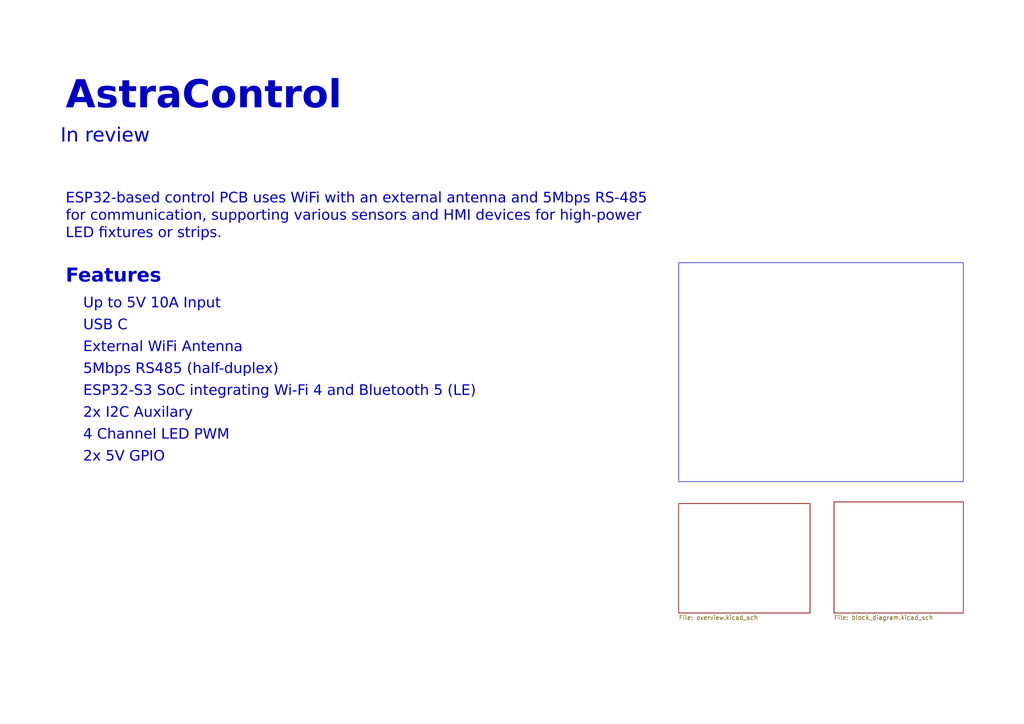
<source format=kicad_sch>
(kicad_sch
	(version 20231120)
	(generator "eeschema")
	(generator_version "8.0")
	(uuid "9a751838-dce8-4d69-8a02-736625ac74e7")
	(paper "A4")
	(title_block
		(title "AstraControl - Root")
		(date "2024-08-26")
		(rev "A")
		(company "LiveAstra Technologies")
	)
	(lib_symbols)
	(circle
		(center 21.59 87.63)
		(radius 0.6351)
		(stroke
			(width -0.0001)
			(type default)
		)
		(fill
			(type color)
			(color 255 255 255 1)
		)
		(uuid 044045f8-f9fa-418e-bd96-0e63087d2f6b)
	)
	(circle
		(center 21.59 93.98)
		(radius 0.6174)
		(stroke
			(width -0.0001)
			(type default)
		)
		(fill
			(type color)
			(color 255 255 255 1)
		)
		(uuid 3092cd6f-3ef3-42ec-a224-797b00d3f33b)
	)
	(rectangle
		(start 196.85 76.2)
		(end 279.4 139.7)
		(stroke
			(width 0)
			(type default)
		)
		(fill
			(type none)
		)
		(uuid 39023891-0190-4ec4-ad26-b20d4b548701)
	)
	(circle
		(center 21.59 144.78)
		(radius 0.7071)
		(stroke
			(width -0.0001)
			(type default)
		)
		(fill
			(type color)
			(color 255 255 255 1)
		)
		(uuid 4290b5f7-20da-4921-b360-f07704859418)
	)
	(circle
		(center 21.59 125.73)
		(radius 0.7354)
		(stroke
			(width -0.0001)
			(type default)
		)
		(fill
			(type color)
			(color 255 255 255 1)
		)
		(uuid 54bf0852-2e6d-44a5-82e2-e5e2ce9344d8)
	)
	(circle
		(center 21.59 106.68)
		(radius 0.6696)
		(stroke
			(width -0.0001)
			(type default)
		)
		(fill
			(type color)
			(color 255 255 255 1)
		)
		(uuid 68afb796-724a-4752-a936-2006160bc5d7)
	)
	(circle
		(center 21.59 113.03)
		(radius 0.73)
		(stroke
			(width -0.0001)
			(type default)
		)
		(fill
			(type color)
			(color 255 255 255 1)
		)
		(uuid 82b255d9-9c8f-4add-acea-c70e22c14f00)
	)
	(circle
		(center 21.59 100.33)
		(radius 0.6306)
		(stroke
			(width -0.0001)
			(type default)
		)
		(fill
			(type color)
			(color 255 255 255 1)
		)
		(uuid 84e6f551-fd2d-4e6b-a911-55fd4e705db0)
	)
	(circle
		(center 21.59 157.48)
		(radius 0.82)
		(stroke
			(width -0.0001)
			(type default)
		)
		(fill
			(type color)
			(color 255 255 255 1)
		)
		(uuid 89ab8882-f73b-442f-8c56-f920e80397ef)
	)
	(circle
		(center 21.59 132.08)
		(radius 0.8135)
		(stroke
			(width -0.0001)
			(type default)
		)
		(fill
			(type color)
			(color 255 255 255 1)
		)
		(uuid 91952df1-c7d0-4ce9-b699-e79ca04b22ba)
	)
	(circle
		(center 21.59 151.13)
		(radius 0.82)
		(stroke
			(width -0.0001)
			(type default)
		)
		(fill
			(type color)
			(color 255 255 255 1)
		)
		(uuid c40caf24-289d-4014-97e8-211ce195cd58)
	)
	(circle
		(center 21.59 119.38)
		(radius 0.807)
		(stroke
			(width -0.0001)
			(type default)
		)
		(fill
			(type color)
			(color 255 255 255 1)
		)
		(uuid c427078d-c49d-403b-b6cc-eee8374e6876)
	)
	(circle
		(center 21.59 163.83)
		(radius 0.82)
		(stroke
			(width -0.0001)
			(type default)
		)
		(fill
			(type color)
			(color 255 255 255 1)
		)
		(uuid dafc486b-c82c-4269-b730-d4177403db4a)
	)
	(circle
		(center 21.59 138.43)
		(radius 0.7409)
		(stroke
			(width -0.0001)
			(type default)
		)
		(fill
			(type color)
			(color 255 255 255 1)
		)
		(uuid fa926cff-20aa-47b4-b5af-b1dfaafcd5ac)
	)
	(text "2x 5V GPIO"
		(exclude_from_sim no)
		(at 24.13 133.35 0)
		(effects
			(font
				(face "ING Me")
				(size 3 3)
			)
			(justify left)
		)
		(uuid "13aa9f60-e432-4c84-9850-b080ce8ee0ad")
	)
	(text "I2S"
		(exclude_from_sim no)
		(at 24.13 158.75 0)
		(effects
			(font
				(face "ING Me")
				(size 3 3)
				(color 255 255 255 1)
			)
			(justify left)
		)
		(uuid "13dda14b-25a7-4b9f-8e97-b6ea57d94ce6")
	)
	(text "Render placeholder"
		(exclude_from_sim no)
		(at 215.9 107.95 0)
		(effects
			(font
				(face "ING Me")
				(size 4 4)
				(thickness 0.8)
				(bold yes)
				(color 255 255 255 1)
			)
			(justify left)
		)
		(uuid "1bf8831a-18e9-4305-b71c-fe3b430e11db")
	)
	(text "USB C"
		(exclude_from_sim no)
		(at 24.13 95.25 0)
		(effects
			(font
				(face "ING Me")
				(size 3 3)
			)
			(justify left)
		)
		(uuid "1f9ad3c9-5aa4-45c6-8132-a64c96cf273d")
	)
	(text "2x I2C Auxilary"
		(exclude_from_sim no)
		(at 24.13 120.65 0)
		(effects
			(font
				(face "ING Me")
				(size 3 3)
			)
			(justify left)
		)
		(uuid "2a1762de-b79d-4279-985d-66df055095f6")
	)
	(text "23 June 2024"
		(exclude_from_sim no)
		(at 232.5 25 0)
		(effects
			(font
				(face "ING Me")
				(size 5 5)
				(color 255 255 255 1)
			)
			(justify left)
		)
		(uuid "45efd3df-e2f3-49db-ab08-abbed9c5ab58")
	)
	(text "ESP32-based control PCB uses WiFi with an external antenna and 5Mbps RS-485\nfor communication, supporting various sensors and HMI devices for high-power \nLED fixtures or strips."
		(exclude_from_sim no)
		(at 19.05 63.5 0)
		(effects
			(font
				(face "ING Me")
				(size 3 3)
			)
			(justify left)
		)
		(uuid "5402c109-c6d1-484b-885b-1a549a7cee18")
	)
	(text "AstraControl"
		(exclude_from_sim no)
		(at 19.05 25.4 0)
		(effects
			(font
				(face "ING Me Headline")
				(size 8 8)
				(thickness 1.6)
				(bold yes)
			)
			(justify left top)
		)
		(uuid "5a9376da-af2f-4737-ac07-023fe87e8719")
	)
	(text "5V to 3.3V Step Down DC-DC"
		(exclude_from_sim no)
		(at 24.13 146.05 0)
		(effects
			(font
				(face "ING Me")
				(size 3 3)
				(color 255 255 255 1)
			)
			(justify left)
		)
		(uuid "5ce9f433-d971-4e80-a57a-81edfbcd2518")
	)
	(text "External WiFi Antenna"
		(exclude_from_sim no)
		(at 24.13 101.6 0)
		(effects
			(font
				(face "ING Me")
				(size 3 3)
			)
			(justify left)
		)
		(uuid "78aae4d3-292d-4141-ad25-32082b43046e")
	)
	(text "ESP32-S3 SoC integrating Wi-Fi 4 and Bluetooth 5 (LE)"
		(exclude_from_sim no)
		(at 24.13 114.3 0)
		(effects
			(font
				(face "ING Me")
				(size 3 3)
			)
			(justify left)
		)
		(uuid "81fc42b1-02ee-4c42-8bfd-c09aae7f04c9")
	)
	(text "In review"
		(exclude_from_sim no)
		(at 30.48 40.64 0)
		(effects
			(font
				(face "ING Me")
				(size 4.064 4.064)
			)
		)
		(uuid "8d5d59fa-424b-45d6-a5c5-ba4d06345712")
	)
	(text "Up to 5V 10A Input"
		(exclude_from_sim no)
		(at 24.13 88.9 0)
		(effects
			(font
				(face "ING Me")
				(size 3 3)
			)
			(justify left)
		)
		(uuid "b67fe9c2-0a14-4753-a6c6-37bf9bd22c12")
	)
	(text "4 Channel LED PWM"
		(exclude_from_sim no)
		(at 24.13 127 0)
		(effects
			(font
				(face "ING Me")
				(size 3 3)
			)
			(justify left)
		)
		(uuid "bd601b67-5083-4bbb-a189-cd7cac36ba25")
	)
	(text "UART"
		(exclude_from_sim no)
		(at 24.13 152.4 0)
		(effects
			(font
				(face "ING Me")
				(size 3 3)
				(color 255 255 255 1)
			)
			(justify left)
		)
		(uuid "e48c1045-f2ab-4495-a7e9-47a96fbcced5")
	)
	(text "External button and status LED"
		(exclude_from_sim no)
		(at 24.13 165.1 0)
		(effects
			(font
				(face "ING Me")
				(size 3 3)
				(color 255 255 255 1)
			)
			(justify left)
		)
		(uuid "f134b9ac-77af-4de2-9578-2559b4827012")
	)
	(text "Features"
		(exclude_from_sim no)
		(at 19.05 81.28 0)
		(effects
			(font
				(face "ING Me")
				(size 4 4)
				(thickness 0.8)
				(bold yes)
			)
			(justify left)
		)
		(uuid "fdb9fb75-dbfe-4403-9871-77b20fee502e")
	)
	(text "5Mbps RS485 (half-duplex)"
		(exclude_from_sim no)
		(at 24.13 107.95 0)
		(effects
			(font
				(face "ING Me")
				(size 3 3)
			)
			(justify left)
		)
		(uuid "ff74f2c9-2187-494d-a564-2a379c865030")
	)
	(text "4 Wire 5V Fan"
		(exclude_from_sim no)
		(at 24.13 139.7 0)
		(effects
			(font
				(face "ING Me")
				(size 3 3)
				(color 255 255 255 1)
			)
			(justify left)
		)
		(uuid "ffb8efa9-0448-4a10-bbd7-1f30d41cdae6")
	)
	(sheet
		(at 241.89 145.57)
		(size 37.51 32.23)
		(fields_autoplaced yes)
		(stroke
			(width 0.1524)
			(type solid)
		)
		(fill
			(color 0 0 0 0.0000)
		)
		(uuid "0db21d8e-3390-4d67-877f-0e5d98e37848")
		(property "Sheetname" "Block Diagram"
			(at 241.89 144.8584 0)
			(effects
				(font
					(size 1.27 1.27)
				)
				(justify left bottom)
				(hide yes)
			)
		)
		(property "Sheetfile" "block_diagram.kicad_sch"
			(at 241.89 178.3846 0)
			(effects
				(font
					(size 1.27 1.27)
				)
				(justify left top)
			)
		)
		(instances
			(project "AstraControl"
				(path "/9a751838-dce8-4d69-8a02-736625ac74e7"
					(page "3")
				)
			)
		)
	)
	(sheet
		(at 196.85 146.05)
		(size 38.1 31.75)
		(fields_autoplaced yes)
		(stroke
			(width 0.1524)
			(type solid)
		)
		(fill
			(color 0 0 0 0.0000)
		)
		(uuid "120c81b5-e37e-42ba-9ea8-918058b1f430")
		(property "Sheetname" "Overview"
			(at 196.85 145.3384 0)
			(effects
				(font
					(size 1.27 1.27)
				)
				(justify left bottom)
				(hide yes)
			)
		)
		(property "Sheetfile" "overview.kicad_sch"
			(at 196.85 178.3846 0)
			(effects
				(font
					(size 1.27 1.27)
				)
				(justify left top)
			)
		)
		(instances
			(project "AstraControl"
				(path "/9a751838-dce8-4d69-8a02-736625ac74e7"
					(page "2")
				)
			)
		)
	)
	(sheet_instances
		(path "/"
			(page "1")
		)
	)
)

</source>
